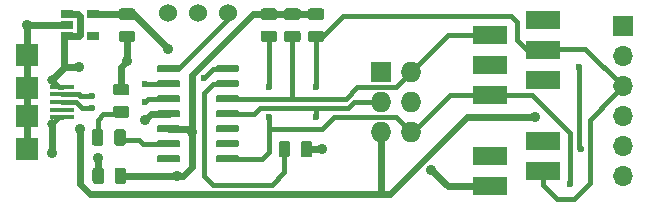
<source format=gbr>
G04 #@! TF.GenerationSoftware,KiCad,Pcbnew,5.1.5+dfsg1-2build2*
G04 #@! TF.CreationDate,2021-04-06T18:43:33+02:00*
G04 #@! TF.ProjectId,USB-I2C,5553422d-4932-4432-9e6b-696361645f70,rev?*
G04 #@! TF.SameCoordinates,Original*
G04 #@! TF.FileFunction,Copper,L1,Top*
G04 #@! TF.FilePolarity,Positive*
%FSLAX46Y46*%
G04 Gerber Fmt 4.6, Leading zero omitted, Abs format (unit mm)*
G04 Created by KiCad (PCBNEW 5.1.5+dfsg1-2build2) date 2021-04-06 18:43:33*
%MOMM*%
%LPD*%
G04 APERTURE LIST*
%ADD10O,1.727200X1.727200*%
%ADD11R,1.727200X1.727200*%
%ADD12C,0.100000*%
%ADD13C,0.797560*%
%ADD14R,2.000000X0.398780*%
%ADD15R,1.897380X1.897380*%
%ADD16R,3.000000X1.500000*%
%ADD17C,1.524000*%
%ADD18O,1.700000X1.700000*%
%ADD19R,1.700000X1.700000*%
%ADD20R,1.060000X0.650000*%
%ADD21C,0.900000*%
%ADD22C,0.600000*%
%ADD23C,0.400000*%
%ADD24C,0.600000*%
G04 APERTURE END LIST*
D10*
X181540000Y-110540000D03*
X179000000Y-110540000D03*
X181540000Y-108000000D03*
X179000000Y-108000000D03*
X181540000Y-105460000D03*
D11*
X179000000Y-105460000D03*
G04 #@! TA.AperFunction,SMDPad,CuDef*
D12*
G36*
X161864703Y-112510722D02*
G01*
X161879264Y-112512882D01*
X161893543Y-112516459D01*
X161907403Y-112521418D01*
X161920710Y-112527712D01*
X161933336Y-112535280D01*
X161945159Y-112544048D01*
X161956066Y-112553934D01*
X161965952Y-112564841D01*
X161974720Y-112576664D01*
X161982288Y-112589290D01*
X161988582Y-112602597D01*
X161993541Y-112616457D01*
X161997118Y-112630736D01*
X161999278Y-112645297D01*
X162000000Y-112660000D01*
X162000000Y-112960000D01*
X161999278Y-112974703D01*
X161997118Y-112989264D01*
X161993541Y-113003543D01*
X161988582Y-113017403D01*
X161982288Y-113030710D01*
X161974720Y-113043336D01*
X161965952Y-113055159D01*
X161956066Y-113066066D01*
X161945159Y-113075952D01*
X161933336Y-113084720D01*
X161920710Y-113092288D01*
X161907403Y-113098582D01*
X161893543Y-113103541D01*
X161879264Y-113107118D01*
X161864703Y-113109278D01*
X161850000Y-113110000D01*
X160200000Y-113110000D01*
X160185297Y-113109278D01*
X160170736Y-113107118D01*
X160156457Y-113103541D01*
X160142597Y-113098582D01*
X160129290Y-113092288D01*
X160116664Y-113084720D01*
X160104841Y-113075952D01*
X160093934Y-113066066D01*
X160084048Y-113055159D01*
X160075280Y-113043336D01*
X160067712Y-113030710D01*
X160061418Y-113017403D01*
X160056459Y-113003543D01*
X160052882Y-112989264D01*
X160050722Y-112974703D01*
X160050000Y-112960000D01*
X160050000Y-112660000D01*
X160050722Y-112645297D01*
X160052882Y-112630736D01*
X160056459Y-112616457D01*
X160061418Y-112602597D01*
X160067712Y-112589290D01*
X160075280Y-112576664D01*
X160084048Y-112564841D01*
X160093934Y-112553934D01*
X160104841Y-112544048D01*
X160116664Y-112535280D01*
X160129290Y-112527712D01*
X160142597Y-112521418D01*
X160156457Y-112516459D01*
X160170736Y-112512882D01*
X160185297Y-112510722D01*
X160200000Y-112510000D01*
X161850000Y-112510000D01*
X161864703Y-112510722D01*
G37*
G04 #@! TD.AperFunction*
G04 #@! TA.AperFunction,SMDPad,CuDef*
G36*
X161864703Y-111240722D02*
G01*
X161879264Y-111242882D01*
X161893543Y-111246459D01*
X161907403Y-111251418D01*
X161920710Y-111257712D01*
X161933336Y-111265280D01*
X161945159Y-111274048D01*
X161956066Y-111283934D01*
X161965952Y-111294841D01*
X161974720Y-111306664D01*
X161982288Y-111319290D01*
X161988582Y-111332597D01*
X161993541Y-111346457D01*
X161997118Y-111360736D01*
X161999278Y-111375297D01*
X162000000Y-111390000D01*
X162000000Y-111690000D01*
X161999278Y-111704703D01*
X161997118Y-111719264D01*
X161993541Y-111733543D01*
X161988582Y-111747403D01*
X161982288Y-111760710D01*
X161974720Y-111773336D01*
X161965952Y-111785159D01*
X161956066Y-111796066D01*
X161945159Y-111805952D01*
X161933336Y-111814720D01*
X161920710Y-111822288D01*
X161907403Y-111828582D01*
X161893543Y-111833541D01*
X161879264Y-111837118D01*
X161864703Y-111839278D01*
X161850000Y-111840000D01*
X160200000Y-111840000D01*
X160185297Y-111839278D01*
X160170736Y-111837118D01*
X160156457Y-111833541D01*
X160142597Y-111828582D01*
X160129290Y-111822288D01*
X160116664Y-111814720D01*
X160104841Y-111805952D01*
X160093934Y-111796066D01*
X160084048Y-111785159D01*
X160075280Y-111773336D01*
X160067712Y-111760710D01*
X160061418Y-111747403D01*
X160056459Y-111733543D01*
X160052882Y-111719264D01*
X160050722Y-111704703D01*
X160050000Y-111690000D01*
X160050000Y-111390000D01*
X160050722Y-111375297D01*
X160052882Y-111360736D01*
X160056459Y-111346457D01*
X160061418Y-111332597D01*
X160067712Y-111319290D01*
X160075280Y-111306664D01*
X160084048Y-111294841D01*
X160093934Y-111283934D01*
X160104841Y-111274048D01*
X160116664Y-111265280D01*
X160129290Y-111257712D01*
X160142597Y-111251418D01*
X160156457Y-111246459D01*
X160170736Y-111242882D01*
X160185297Y-111240722D01*
X160200000Y-111240000D01*
X161850000Y-111240000D01*
X161864703Y-111240722D01*
G37*
G04 #@! TD.AperFunction*
G04 #@! TA.AperFunction,SMDPad,CuDef*
G36*
X161864703Y-109970722D02*
G01*
X161879264Y-109972882D01*
X161893543Y-109976459D01*
X161907403Y-109981418D01*
X161920710Y-109987712D01*
X161933336Y-109995280D01*
X161945159Y-110004048D01*
X161956066Y-110013934D01*
X161965952Y-110024841D01*
X161974720Y-110036664D01*
X161982288Y-110049290D01*
X161988582Y-110062597D01*
X161993541Y-110076457D01*
X161997118Y-110090736D01*
X161999278Y-110105297D01*
X162000000Y-110120000D01*
X162000000Y-110420000D01*
X161999278Y-110434703D01*
X161997118Y-110449264D01*
X161993541Y-110463543D01*
X161988582Y-110477403D01*
X161982288Y-110490710D01*
X161974720Y-110503336D01*
X161965952Y-110515159D01*
X161956066Y-110526066D01*
X161945159Y-110535952D01*
X161933336Y-110544720D01*
X161920710Y-110552288D01*
X161907403Y-110558582D01*
X161893543Y-110563541D01*
X161879264Y-110567118D01*
X161864703Y-110569278D01*
X161850000Y-110570000D01*
X160200000Y-110570000D01*
X160185297Y-110569278D01*
X160170736Y-110567118D01*
X160156457Y-110563541D01*
X160142597Y-110558582D01*
X160129290Y-110552288D01*
X160116664Y-110544720D01*
X160104841Y-110535952D01*
X160093934Y-110526066D01*
X160084048Y-110515159D01*
X160075280Y-110503336D01*
X160067712Y-110490710D01*
X160061418Y-110477403D01*
X160056459Y-110463543D01*
X160052882Y-110449264D01*
X160050722Y-110434703D01*
X160050000Y-110420000D01*
X160050000Y-110120000D01*
X160050722Y-110105297D01*
X160052882Y-110090736D01*
X160056459Y-110076457D01*
X160061418Y-110062597D01*
X160067712Y-110049290D01*
X160075280Y-110036664D01*
X160084048Y-110024841D01*
X160093934Y-110013934D01*
X160104841Y-110004048D01*
X160116664Y-109995280D01*
X160129290Y-109987712D01*
X160142597Y-109981418D01*
X160156457Y-109976459D01*
X160170736Y-109972882D01*
X160185297Y-109970722D01*
X160200000Y-109970000D01*
X161850000Y-109970000D01*
X161864703Y-109970722D01*
G37*
G04 #@! TD.AperFunction*
G04 #@! TA.AperFunction,SMDPad,CuDef*
G36*
X161864703Y-108700722D02*
G01*
X161879264Y-108702882D01*
X161893543Y-108706459D01*
X161907403Y-108711418D01*
X161920710Y-108717712D01*
X161933336Y-108725280D01*
X161945159Y-108734048D01*
X161956066Y-108743934D01*
X161965952Y-108754841D01*
X161974720Y-108766664D01*
X161982288Y-108779290D01*
X161988582Y-108792597D01*
X161993541Y-108806457D01*
X161997118Y-108820736D01*
X161999278Y-108835297D01*
X162000000Y-108850000D01*
X162000000Y-109150000D01*
X161999278Y-109164703D01*
X161997118Y-109179264D01*
X161993541Y-109193543D01*
X161988582Y-109207403D01*
X161982288Y-109220710D01*
X161974720Y-109233336D01*
X161965952Y-109245159D01*
X161956066Y-109256066D01*
X161945159Y-109265952D01*
X161933336Y-109274720D01*
X161920710Y-109282288D01*
X161907403Y-109288582D01*
X161893543Y-109293541D01*
X161879264Y-109297118D01*
X161864703Y-109299278D01*
X161850000Y-109300000D01*
X160200000Y-109300000D01*
X160185297Y-109299278D01*
X160170736Y-109297118D01*
X160156457Y-109293541D01*
X160142597Y-109288582D01*
X160129290Y-109282288D01*
X160116664Y-109274720D01*
X160104841Y-109265952D01*
X160093934Y-109256066D01*
X160084048Y-109245159D01*
X160075280Y-109233336D01*
X160067712Y-109220710D01*
X160061418Y-109207403D01*
X160056459Y-109193543D01*
X160052882Y-109179264D01*
X160050722Y-109164703D01*
X160050000Y-109150000D01*
X160050000Y-108850000D01*
X160050722Y-108835297D01*
X160052882Y-108820736D01*
X160056459Y-108806457D01*
X160061418Y-108792597D01*
X160067712Y-108779290D01*
X160075280Y-108766664D01*
X160084048Y-108754841D01*
X160093934Y-108743934D01*
X160104841Y-108734048D01*
X160116664Y-108725280D01*
X160129290Y-108717712D01*
X160142597Y-108711418D01*
X160156457Y-108706459D01*
X160170736Y-108702882D01*
X160185297Y-108700722D01*
X160200000Y-108700000D01*
X161850000Y-108700000D01*
X161864703Y-108700722D01*
G37*
G04 #@! TD.AperFunction*
G04 #@! TA.AperFunction,SMDPad,CuDef*
G36*
X161864703Y-107430722D02*
G01*
X161879264Y-107432882D01*
X161893543Y-107436459D01*
X161907403Y-107441418D01*
X161920710Y-107447712D01*
X161933336Y-107455280D01*
X161945159Y-107464048D01*
X161956066Y-107473934D01*
X161965952Y-107484841D01*
X161974720Y-107496664D01*
X161982288Y-107509290D01*
X161988582Y-107522597D01*
X161993541Y-107536457D01*
X161997118Y-107550736D01*
X161999278Y-107565297D01*
X162000000Y-107580000D01*
X162000000Y-107880000D01*
X161999278Y-107894703D01*
X161997118Y-107909264D01*
X161993541Y-107923543D01*
X161988582Y-107937403D01*
X161982288Y-107950710D01*
X161974720Y-107963336D01*
X161965952Y-107975159D01*
X161956066Y-107986066D01*
X161945159Y-107995952D01*
X161933336Y-108004720D01*
X161920710Y-108012288D01*
X161907403Y-108018582D01*
X161893543Y-108023541D01*
X161879264Y-108027118D01*
X161864703Y-108029278D01*
X161850000Y-108030000D01*
X160200000Y-108030000D01*
X160185297Y-108029278D01*
X160170736Y-108027118D01*
X160156457Y-108023541D01*
X160142597Y-108018582D01*
X160129290Y-108012288D01*
X160116664Y-108004720D01*
X160104841Y-107995952D01*
X160093934Y-107986066D01*
X160084048Y-107975159D01*
X160075280Y-107963336D01*
X160067712Y-107950710D01*
X160061418Y-107937403D01*
X160056459Y-107923543D01*
X160052882Y-107909264D01*
X160050722Y-107894703D01*
X160050000Y-107880000D01*
X160050000Y-107580000D01*
X160050722Y-107565297D01*
X160052882Y-107550736D01*
X160056459Y-107536457D01*
X160061418Y-107522597D01*
X160067712Y-107509290D01*
X160075280Y-107496664D01*
X160084048Y-107484841D01*
X160093934Y-107473934D01*
X160104841Y-107464048D01*
X160116664Y-107455280D01*
X160129290Y-107447712D01*
X160142597Y-107441418D01*
X160156457Y-107436459D01*
X160170736Y-107432882D01*
X160185297Y-107430722D01*
X160200000Y-107430000D01*
X161850000Y-107430000D01*
X161864703Y-107430722D01*
G37*
G04 #@! TD.AperFunction*
G04 #@! TA.AperFunction,SMDPad,CuDef*
G36*
X161864703Y-106160722D02*
G01*
X161879264Y-106162882D01*
X161893543Y-106166459D01*
X161907403Y-106171418D01*
X161920710Y-106177712D01*
X161933336Y-106185280D01*
X161945159Y-106194048D01*
X161956066Y-106203934D01*
X161965952Y-106214841D01*
X161974720Y-106226664D01*
X161982288Y-106239290D01*
X161988582Y-106252597D01*
X161993541Y-106266457D01*
X161997118Y-106280736D01*
X161999278Y-106295297D01*
X162000000Y-106310000D01*
X162000000Y-106610000D01*
X161999278Y-106624703D01*
X161997118Y-106639264D01*
X161993541Y-106653543D01*
X161988582Y-106667403D01*
X161982288Y-106680710D01*
X161974720Y-106693336D01*
X161965952Y-106705159D01*
X161956066Y-106716066D01*
X161945159Y-106725952D01*
X161933336Y-106734720D01*
X161920710Y-106742288D01*
X161907403Y-106748582D01*
X161893543Y-106753541D01*
X161879264Y-106757118D01*
X161864703Y-106759278D01*
X161850000Y-106760000D01*
X160200000Y-106760000D01*
X160185297Y-106759278D01*
X160170736Y-106757118D01*
X160156457Y-106753541D01*
X160142597Y-106748582D01*
X160129290Y-106742288D01*
X160116664Y-106734720D01*
X160104841Y-106725952D01*
X160093934Y-106716066D01*
X160084048Y-106705159D01*
X160075280Y-106693336D01*
X160067712Y-106680710D01*
X160061418Y-106667403D01*
X160056459Y-106653543D01*
X160052882Y-106639264D01*
X160050722Y-106624703D01*
X160050000Y-106610000D01*
X160050000Y-106310000D01*
X160050722Y-106295297D01*
X160052882Y-106280736D01*
X160056459Y-106266457D01*
X160061418Y-106252597D01*
X160067712Y-106239290D01*
X160075280Y-106226664D01*
X160084048Y-106214841D01*
X160093934Y-106203934D01*
X160104841Y-106194048D01*
X160116664Y-106185280D01*
X160129290Y-106177712D01*
X160142597Y-106171418D01*
X160156457Y-106166459D01*
X160170736Y-106162882D01*
X160185297Y-106160722D01*
X160200000Y-106160000D01*
X161850000Y-106160000D01*
X161864703Y-106160722D01*
G37*
G04 #@! TD.AperFunction*
G04 #@! TA.AperFunction,SMDPad,CuDef*
G36*
X161864703Y-104890722D02*
G01*
X161879264Y-104892882D01*
X161893543Y-104896459D01*
X161907403Y-104901418D01*
X161920710Y-104907712D01*
X161933336Y-104915280D01*
X161945159Y-104924048D01*
X161956066Y-104933934D01*
X161965952Y-104944841D01*
X161974720Y-104956664D01*
X161982288Y-104969290D01*
X161988582Y-104982597D01*
X161993541Y-104996457D01*
X161997118Y-105010736D01*
X161999278Y-105025297D01*
X162000000Y-105040000D01*
X162000000Y-105340000D01*
X161999278Y-105354703D01*
X161997118Y-105369264D01*
X161993541Y-105383543D01*
X161988582Y-105397403D01*
X161982288Y-105410710D01*
X161974720Y-105423336D01*
X161965952Y-105435159D01*
X161956066Y-105446066D01*
X161945159Y-105455952D01*
X161933336Y-105464720D01*
X161920710Y-105472288D01*
X161907403Y-105478582D01*
X161893543Y-105483541D01*
X161879264Y-105487118D01*
X161864703Y-105489278D01*
X161850000Y-105490000D01*
X160200000Y-105490000D01*
X160185297Y-105489278D01*
X160170736Y-105487118D01*
X160156457Y-105483541D01*
X160142597Y-105478582D01*
X160129290Y-105472288D01*
X160116664Y-105464720D01*
X160104841Y-105455952D01*
X160093934Y-105446066D01*
X160084048Y-105435159D01*
X160075280Y-105423336D01*
X160067712Y-105410710D01*
X160061418Y-105397403D01*
X160056459Y-105383543D01*
X160052882Y-105369264D01*
X160050722Y-105354703D01*
X160050000Y-105340000D01*
X160050000Y-105040000D01*
X160050722Y-105025297D01*
X160052882Y-105010736D01*
X160056459Y-104996457D01*
X160061418Y-104982597D01*
X160067712Y-104969290D01*
X160075280Y-104956664D01*
X160084048Y-104944841D01*
X160093934Y-104933934D01*
X160104841Y-104924048D01*
X160116664Y-104915280D01*
X160129290Y-104907712D01*
X160142597Y-104901418D01*
X160156457Y-104896459D01*
X160170736Y-104892882D01*
X160185297Y-104890722D01*
X160200000Y-104890000D01*
X161850000Y-104890000D01*
X161864703Y-104890722D01*
G37*
G04 #@! TD.AperFunction*
G04 #@! TA.AperFunction,SMDPad,CuDef*
G36*
X166814703Y-104890722D02*
G01*
X166829264Y-104892882D01*
X166843543Y-104896459D01*
X166857403Y-104901418D01*
X166870710Y-104907712D01*
X166883336Y-104915280D01*
X166895159Y-104924048D01*
X166906066Y-104933934D01*
X166915952Y-104944841D01*
X166924720Y-104956664D01*
X166932288Y-104969290D01*
X166938582Y-104982597D01*
X166943541Y-104996457D01*
X166947118Y-105010736D01*
X166949278Y-105025297D01*
X166950000Y-105040000D01*
X166950000Y-105340000D01*
X166949278Y-105354703D01*
X166947118Y-105369264D01*
X166943541Y-105383543D01*
X166938582Y-105397403D01*
X166932288Y-105410710D01*
X166924720Y-105423336D01*
X166915952Y-105435159D01*
X166906066Y-105446066D01*
X166895159Y-105455952D01*
X166883336Y-105464720D01*
X166870710Y-105472288D01*
X166857403Y-105478582D01*
X166843543Y-105483541D01*
X166829264Y-105487118D01*
X166814703Y-105489278D01*
X166800000Y-105490000D01*
X165150000Y-105490000D01*
X165135297Y-105489278D01*
X165120736Y-105487118D01*
X165106457Y-105483541D01*
X165092597Y-105478582D01*
X165079290Y-105472288D01*
X165066664Y-105464720D01*
X165054841Y-105455952D01*
X165043934Y-105446066D01*
X165034048Y-105435159D01*
X165025280Y-105423336D01*
X165017712Y-105410710D01*
X165011418Y-105397403D01*
X165006459Y-105383543D01*
X165002882Y-105369264D01*
X165000722Y-105354703D01*
X165000000Y-105340000D01*
X165000000Y-105040000D01*
X165000722Y-105025297D01*
X165002882Y-105010736D01*
X165006459Y-104996457D01*
X165011418Y-104982597D01*
X165017712Y-104969290D01*
X165025280Y-104956664D01*
X165034048Y-104944841D01*
X165043934Y-104933934D01*
X165054841Y-104924048D01*
X165066664Y-104915280D01*
X165079290Y-104907712D01*
X165092597Y-104901418D01*
X165106457Y-104896459D01*
X165120736Y-104892882D01*
X165135297Y-104890722D01*
X165150000Y-104890000D01*
X166800000Y-104890000D01*
X166814703Y-104890722D01*
G37*
G04 #@! TD.AperFunction*
G04 #@! TA.AperFunction,SMDPad,CuDef*
G36*
X166814703Y-106160722D02*
G01*
X166829264Y-106162882D01*
X166843543Y-106166459D01*
X166857403Y-106171418D01*
X166870710Y-106177712D01*
X166883336Y-106185280D01*
X166895159Y-106194048D01*
X166906066Y-106203934D01*
X166915952Y-106214841D01*
X166924720Y-106226664D01*
X166932288Y-106239290D01*
X166938582Y-106252597D01*
X166943541Y-106266457D01*
X166947118Y-106280736D01*
X166949278Y-106295297D01*
X166950000Y-106310000D01*
X166950000Y-106610000D01*
X166949278Y-106624703D01*
X166947118Y-106639264D01*
X166943541Y-106653543D01*
X166938582Y-106667403D01*
X166932288Y-106680710D01*
X166924720Y-106693336D01*
X166915952Y-106705159D01*
X166906066Y-106716066D01*
X166895159Y-106725952D01*
X166883336Y-106734720D01*
X166870710Y-106742288D01*
X166857403Y-106748582D01*
X166843543Y-106753541D01*
X166829264Y-106757118D01*
X166814703Y-106759278D01*
X166800000Y-106760000D01*
X165150000Y-106760000D01*
X165135297Y-106759278D01*
X165120736Y-106757118D01*
X165106457Y-106753541D01*
X165092597Y-106748582D01*
X165079290Y-106742288D01*
X165066664Y-106734720D01*
X165054841Y-106725952D01*
X165043934Y-106716066D01*
X165034048Y-106705159D01*
X165025280Y-106693336D01*
X165017712Y-106680710D01*
X165011418Y-106667403D01*
X165006459Y-106653543D01*
X165002882Y-106639264D01*
X165000722Y-106624703D01*
X165000000Y-106610000D01*
X165000000Y-106310000D01*
X165000722Y-106295297D01*
X165002882Y-106280736D01*
X165006459Y-106266457D01*
X165011418Y-106252597D01*
X165017712Y-106239290D01*
X165025280Y-106226664D01*
X165034048Y-106214841D01*
X165043934Y-106203934D01*
X165054841Y-106194048D01*
X165066664Y-106185280D01*
X165079290Y-106177712D01*
X165092597Y-106171418D01*
X165106457Y-106166459D01*
X165120736Y-106162882D01*
X165135297Y-106160722D01*
X165150000Y-106160000D01*
X166800000Y-106160000D01*
X166814703Y-106160722D01*
G37*
G04 #@! TD.AperFunction*
G04 #@! TA.AperFunction,SMDPad,CuDef*
G36*
X166814703Y-107430722D02*
G01*
X166829264Y-107432882D01*
X166843543Y-107436459D01*
X166857403Y-107441418D01*
X166870710Y-107447712D01*
X166883336Y-107455280D01*
X166895159Y-107464048D01*
X166906066Y-107473934D01*
X166915952Y-107484841D01*
X166924720Y-107496664D01*
X166932288Y-107509290D01*
X166938582Y-107522597D01*
X166943541Y-107536457D01*
X166947118Y-107550736D01*
X166949278Y-107565297D01*
X166950000Y-107580000D01*
X166950000Y-107880000D01*
X166949278Y-107894703D01*
X166947118Y-107909264D01*
X166943541Y-107923543D01*
X166938582Y-107937403D01*
X166932288Y-107950710D01*
X166924720Y-107963336D01*
X166915952Y-107975159D01*
X166906066Y-107986066D01*
X166895159Y-107995952D01*
X166883336Y-108004720D01*
X166870710Y-108012288D01*
X166857403Y-108018582D01*
X166843543Y-108023541D01*
X166829264Y-108027118D01*
X166814703Y-108029278D01*
X166800000Y-108030000D01*
X165150000Y-108030000D01*
X165135297Y-108029278D01*
X165120736Y-108027118D01*
X165106457Y-108023541D01*
X165092597Y-108018582D01*
X165079290Y-108012288D01*
X165066664Y-108004720D01*
X165054841Y-107995952D01*
X165043934Y-107986066D01*
X165034048Y-107975159D01*
X165025280Y-107963336D01*
X165017712Y-107950710D01*
X165011418Y-107937403D01*
X165006459Y-107923543D01*
X165002882Y-107909264D01*
X165000722Y-107894703D01*
X165000000Y-107880000D01*
X165000000Y-107580000D01*
X165000722Y-107565297D01*
X165002882Y-107550736D01*
X165006459Y-107536457D01*
X165011418Y-107522597D01*
X165017712Y-107509290D01*
X165025280Y-107496664D01*
X165034048Y-107484841D01*
X165043934Y-107473934D01*
X165054841Y-107464048D01*
X165066664Y-107455280D01*
X165079290Y-107447712D01*
X165092597Y-107441418D01*
X165106457Y-107436459D01*
X165120736Y-107432882D01*
X165135297Y-107430722D01*
X165150000Y-107430000D01*
X166800000Y-107430000D01*
X166814703Y-107430722D01*
G37*
G04 #@! TD.AperFunction*
G04 #@! TA.AperFunction,SMDPad,CuDef*
G36*
X166814703Y-108700722D02*
G01*
X166829264Y-108702882D01*
X166843543Y-108706459D01*
X166857403Y-108711418D01*
X166870710Y-108717712D01*
X166883336Y-108725280D01*
X166895159Y-108734048D01*
X166906066Y-108743934D01*
X166915952Y-108754841D01*
X166924720Y-108766664D01*
X166932288Y-108779290D01*
X166938582Y-108792597D01*
X166943541Y-108806457D01*
X166947118Y-108820736D01*
X166949278Y-108835297D01*
X166950000Y-108850000D01*
X166950000Y-109150000D01*
X166949278Y-109164703D01*
X166947118Y-109179264D01*
X166943541Y-109193543D01*
X166938582Y-109207403D01*
X166932288Y-109220710D01*
X166924720Y-109233336D01*
X166915952Y-109245159D01*
X166906066Y-109256066D01*
X166895159Y-109265952D01*
X166883336Y-109274720D01*
X166870710Y-109282288D01*
X166857403Y-109288582D01*
X166843543Y-109293541D01*
X166829264Y-109297118D01*
X166814703Y-109299278D01*
X166800000Y-109300000D01*
X165150000Y-109300000D01*
X165135297Y-109299278D01*
X165120736Y-109297118D01*
X165106457Y-109293541D01*
X165092597Y-109288582D01*
X165079290Y-109282288D01*
X165066664Y-109274720D01*
X165054841Y-109265952D01*
X165043934Y-109256066D01*
X165034048Y-109245159D01*
X165025280Y-109233336D01*
X165017712Y-109220710D01*
X165011418Y-109207403D01*
X165006459Y-109193543D01*
X165002882Y-109179264D01*
X165000722Y-109164703D01*
X165000000Y-109150000D01*
X165000000Y-108850000D01*
X165000722Y-108835297D01*
X165002882Y-108820736D01*
X165006459Y-108806457D01*
X165011418Y-108792597D01*
X165017712Y-108779290D01*
X165025280Y-108766664D01*
X165034048Y-108754841D01*
X165043934Y-108743934D01*
X165054841Y-108734048D01*
X165066664Y-108725280D01*
X165079290Y-108717712D01*
X165092597Y-108711418D01*
X165106457Y-108706459D01*
X165120736Y-108702882D01*
X165135297Y-108700722D01*
X165150000Y-108700000D01*
X166800000Y-108700000D01*
X166814703Y-108700722D01*
G37*
G04 #@! TD.AperFunction*
G04 #@! TA.AperFunction,SMDPad,CuDef*
G36*
X166814703Y-109970722D02*
G01*
X166829264Y-109972882D01*
X166843543Y-109976459D01*
X166857403Y-109981418D01*
X166870710Y-109987712D01*
X166883336Y-109995280D01*
X166895159Y-110004048D01*
X166906066Y-110013934D01*
X166915952Y-110024841D01*
X166924720Y-110036664D01*
X166932288Y-110049290D01*
X166938582Y-110062597D01*
X166943541Y-110076457D01*
X166947118Y-110090736D01*
X166949278Y-110105297D01*
X166950000Y-110120000D01*
X166950000Y-110420000D01*
X166949278Y-110434703D01*
X166947118Y-110449264D01*
X166943541Y-110463543D01*
X166938582Y-110477403D01*
X166932288Y-110490710D01*
X166924720Y-110503336D01*
X166915952Y-110515159D01*
X166906066Y-110526066D01*
X166895159Y-110535952D01*
X166883336Y-110544720D01*
X166870710Y-110552288D01*
X166857403Y-110558582D01*
X166843543Y-110563541D01*
X166829264Y-110567118D01*
X166814703Y-110569278D01*
X166800000Y-110570000D01*
X165150000Y-110570000D01*
X165135297Y-110569278D01*
X165120736Y-110567118D01*
X165106457Y-110563541D01*
X165092597Y-110558582D01*
X165079290Y-110552288D01*
X165066664Y-110544720D01*
X165054841Y-110535952D01*
X165043934Y-110526066D01*
X165034048Y-110515159D01*
X165025280Y-110503336D01*
X165017712Y-110490710D01*
X165011418Y-110477403D01*
X165006459Y-110463543D01*
X165002882Y-110449264D01*
X165000722Y-110434703D01*
X165000000Y-110420000D01*
X165000000Y-110120000D01*
X165000722Y-110105297D01*
X165002882Y-110090736D01*
X165006459Y-110076457D01*
X165011418Y-110062597D01*
X165017712Y-110049290D01*
X165025280Y-110036664D01*
X165034048Y-110024841D01*
X165043934Y-110013934D01*
X165054841Y-110004048D01*
X165066664Y-109995280D01*
X165079290Y-109987712D01*
X165092597Y-109981418D01*
X165106457Y-109976459D01*
X165120736Y-109972882D01*
X165135297Y-109970722D01*
X165150000Y-109970000D01*
X166800000Y-109970000D01*
X166814703Y-109970722D01*
G37*
G04 #@! TD.AperFunction*
G04 #@! TA.AperFunction,SMDPad,CuDef*
G36*
X166814703Y-111240722D02*
G01*
X166829264Y-111242882D01*
X166843543Y-111246459D01*
X166857403Y-111251418D01*
X166870710Y-111257712D01*
X166883336Y-111265280D01*
X166895159Y-111274048D01*
X166906066Y-111283934D01*
X166915952Y-111294841D01*
X166924720Y-111306664D01*
X166932288Y-111319290D01*
X166938582Y-111332597D01*
X166943541Y-111346457D01*
X166947118Y-111360736D01*
X166949278Y-111375297D01*
X166950000Y-111390000D01*
X166950000Y-111690000D01*
X166949278Y-111704703D01*
X166947118Y-111719264D01*
X166943541Y-111733543D01*
X166938582Y-111747403D01*
X166932288Y-111760710D01*
X166924720Y-111773336D01*
X166915952Y-111785159D01*
X166906066Y-111796066D01*
X166895159Y-111805952D01*
X166883336Y-111814720D01*
X166870710Y-111822288D01*
X166857403Y-111828582D01*
X166843543Y-111833541D01*
X166829264Y-111837118D01*
X166814703Y-111839278D01*
X166800000Y-111840000D01*
X165150000Y-111840000D01*
X165135297Y-111839278D01*
X165120736Y-111837118D01*
X165106457Y-111833541D01*
X165092597Y-111828582D01*
X165079290Y-111822288D01*
X165066664Y-111814720D01*
X165054841Y-111805952D01*
X165043934Y-111796066D01*
X165034048Y-111785159D01*
X165025280Y-111773336D01*
X165017712Y-111760710D01*
X165011418Y-111747403D01*
X165006459Y-111733543D01*
X165002882Y-111719264D01*
X165000722Y-111704703D01*
X165000000Y-111690000D01*
X165000000Y-111390000D01*
X165000722Y-111375297D01*
X165002882Y-111360736D01*
X165006459Y-111346457D01*
X165011418Y-111332597D01*
X165017712Y-111319290D01*
X165025280Y-111306664D01*
X165034048Y-111294841D01*
X165043934Y-111283934D01*
X165054841Y-111274048D01*
X165066664Y-111265280D01*
X165079290Y-111257712D01*
X165092597Y-111251418D01*
X165106457Y-111246459D01*
X165120736Y-111242882D01*
X165135297Y-111240722D01*
X165150000Y-111240000D01*
X166800000Y-111240000D01*
X166814703Y-111240722D01*
G37*
G04 #@! TD.AperFunction*
G04 #@! TA.AperFunction,SMDPad,CuDef*
G36*
X166814703Y-112510722D02*
G01*
X166829264Y-112512882D01*
X166843543Y-112516459D01*
X166857403Y-112521418D01*
X166870710Y-112527712D01*
X166883336Y-112535280D01*
X166895159Y-112544048D01*
X166906066Y-112553934D01*
X166915952Y-112564841D01*
X166924720Y-112576664D01*
X166932288Y-112589290D01*
X166938582Y-112602597D01*
X166943541Y-112616457D01*
X166947118Y-112630736D01*
X166949278Y-112645297D01*
X166950000Y-112660000D01*
X166950000Y-112960000D01*
X166949278Y-112974703D01*
X166947118Y-112989264D01*
X166943541Y-113003543D01*
X166938582Y-113017403D01*
X166932288Y-113030710D01*
X166924720Y-113043336D01*
X166915952Y-113055159D01*
X166906066Y-113066066D01*
X166895159Y-113075952D01*
X166883336Y-113084720D01*
X166870710Y-113092288D01*
X166857403Y-113098582D01*
X166843543Y-113103541D01*
X166829264Y-113107118D01*
X166814703Y-113109278D01*
X166800000Y-113110000D01*
X165150000Y-113110000D01*
X165135297Y-113109278D01*
X165120736Y-113107118D01*
X165106457Y-113103541D01*
X165092597Y-113098582D01*
X165079290Y-113092288D01*
X165066664Y-113084720D01*
X165054841Y-113075952D01*
X165043934Y-113066066D01*
X165034048Y-113055159D01*
X165025280Y-113043336D01*
X165017712Y-113030710D01*
X165011418Y-113017403D01*
X165006459Y-113003543D01*
X165002882Y-112989264D01*
X165000722Y-112974703D01*
X165000000Y-112960000D01*
X165000000Y-112660000D01*
X165000722Y-112645297D01*
X165002882Y-112630736D01*
X165006459Y-112616457D01*
X165011418Y-112602597D01*
X165017712Y-112589290D01*
X165025280Y-112576664D01*
X165034048Y-112564841D01*
X165043934Y-112553934D01*
X165054841Y-112544048D01*
X165066664Y-112535280D01*
X165079290Y-112527712D01*
X165092597Y-112521418D01*
X165106457Y-112516459D01*
X165120736Y-112512882D01*
X165135297Y-112510722D01*
X165150000Y-112510000D01*
X166800000Y-112510000D01*
X166814703Y-112510722D01*
G37*
G04 #@! TD.AperFunction*
D13*
X151148840Y-106100080D03*
X151146300Y-109897380D03*
D14*
X152000000Y-109300480D03*
X152000000Y-108647700D03*
X152000000Y-108000000D03*
X152000000Y-107352300D03*
X152000000Y-106699520D03*
D15*
X149000000Y-104050300D03*
X149000000Y-111949700D03*
X149000000Y-109198880D03*
X149000000Y-106801120D03*
D16*
X188250000Y-107425000D03*
X192750000Y-106155000D03*
X188250000Y-104885000D03*
X192750000Y-103615000D03*
X188250000Y-102345000D03*
X192750000Y-101075000D03*
X188250000Y-115155000D03*
X192750000Y-113885000D03*
X188250000Y-112615000D03*
X192750000Y-111345000D03*
D17*
X160960000Y-100500000D03*
X163500000Y-100500000D03*
X166040000Y-100500000D03*
G04 #@! TA.AperFunction,SMDPad,CuDef*
D12*
G36*
X172955142Y-111301174D02*
G01*
X172978803Y-111304684D01*
X173002007Y-111310496D01*
X173024529Y-111318554D01*
X173046153Y-111328782D01*
X173066670Y-111341079D01*
X173085883Y-111355329D01*
X173103607Y-111371393D01*
X173119671Y-111389117D01*
X173133921Y-111408330D01*
X173146218Y-111428847D01*
X173156446Y-111450471D01*
X173164504Y-111472993D01*
X173170316Y-111496197D01*
X173173826Y-111519858D01*
X173175000Y-111543750D01*
X173175000Y-112456250D01*
X173173826Y-112480142D01*
X173170316Y-112503803D01*
X173164504Y-112527007D01*
X173156446Y-112549529D01*
X173146218Y-112571153D01*
X173133921Y-112591670D01*
X173119671Y-112610883D01*
X173103607Y-112628607D01*
X173085883Y-112644671D01*
X173066670Y-112658921D01*
X173046153Y-112671218D01*
X173024529Y-112681446D01*
X173002007Y-112689504D01*
X172978803Y-112695316D01*
X172955142Y-112698826D01*
X172931250Y-112700000D01*
X172443750Y-112700000D01*
X172419858Y-112698826D01*
X172396197Y-112695316D01*
X172372993Y-112689504D01*
X172350471Y-112681446D01*
X172328847Y-112671218D01*
X172308330Y-112658921D01*
X172289117Y-112644671D01*
X172271393Y-112628607D01*
X172255329Y-112610883D01*
X172241079Y-112591670D01*
X172228782Y-112571153D01*
X172218554Y-112549529D01*
X172210496Y-112527007D01*
X172204684Y-112503803D01*
X172201174Y-112480142D01*
X172200000Y-112456250D01*
X172200000Y-111543750D01*
X172201174Y-111519858D01*
X172204684Y-111496197D01*
X172210496Y-111472993D01*
X172218554Y-111450471D01*
X172228782Y-111428847D01*
X172241079Y-111408330D01*
X172255329Y-111389117D01*
X172271393Y-111371393D01*
X172289117Y-111355329D01*
X172308330Y-111341079D01*
X172328847Y-111328782D01*
X172350471Y-111318554D01*
X172372993Y-111310496D01*
X172396197Y-111304684D01*
X172419858Y-111301174D01*
X172443750Y-111300000D01*
X172931250Y-111300000D01*
X172955142Y-111301174D01*
G37*
G04 #@! TD.AperFunction*
G04 #@! TA.AperFunction,SMDPad,CuDef*
G36*
X171080142Y-111301174D02*
G01*
X171103803Y-111304684D01*
X171127007Y-111310496D01*
X171149529Y-111318554D01*
X171171153Y-111328782D01*
X171191670Y-111341079D01*
X171210883Y-111355329D01*
X171228607Y-111371393D01*
X171244671Y-111389117D01*
X171258921Y-111408330D01*
X171271218Y-111428847D01*
X171281446Y-111450471D01*
X171289504Y-111472993D01*
X171295316Y-111496197D01*
X171298826Y-111519858D01*
X171300000Y-111543750D01*
X171300000Y-112456250D01*
X171298826Y-112480142D01*
X171295316Y-112503803D01*
X171289504Y-112527007D01*
X171281446Y-112549529D01*
X171271218Y-112571153D01*
X171258921Y-112591670D01*
X171244671Y-112610883D01*
X171228607Y-112628607D01*
X171210883Y-112644671D01*
X171191670Y-112658921D01*
X171171153Y-112671218D01*
X171149529Y-112681446D01*
X171127007Y-112689504D01*
X171103803Y-112695316D01*
X171080142Y-112698826D01*
X171056250Y-112700000D01*
X170568750Y-112700000D01*
X170544858Y-112698826D01*
X170521197Y-112695316D01*
X170497993Y-112689504D01*
X170475471Y-112681446D01*
X170453847Y-112671218D01*
X170433330Y-112658921D01*
X170414117Y-112644671D01*
X170396393Y-112628607D01*
X170380329Y-112610883D01*
X170366079Y-112591670D01*
X170353782Y-112571153D01*
X170343554Y-112549529D01*
X170335496Y-112527007D01*
X170329684Y-112503803D01*
X170326174Y-112480142D01*
X170325000Y-112456250D01*
X170325000Y-111543750D01*
X170326174Y-111519858D01*
X170329684Y-111496197D01*
X170335496Y-111472993D01*
X170343554Y-111450471D01*
X170353782Y-111428847D01*
X170366079Y-111408330D01*
X170380329Y-111389117D01*
X170396393Y-111371393D01*
X170414117Y-111355329D01*
X170433330Y-111341079D01*
X170453847Y-111328782D01*
X170475471Y-111318554D01*
X170497993Y-111310496D01*
X170521197Y-111304684D01*
X170544858Y-111301174D01*
X170568750Y-111300000D01*
X171056250Y-111300000D01*
X171080142Y-111301174D01*
G37*
G04 #@! TD.AperFunction*
G04 #@! TA.AperFunction,SMDPad,CuDef*
G36*
X157980142Y-101951174D02*
G01*
X158003803Y-101954684D01*
X158027007Y-101960496D01*
X158049529Y-101968554D01*
X158071153Y-101978782D01*
X158091670Y-101991079D01*
X158110883Y-102005329D01*
X158128607Y-102021393D01*
X158144671Y-102039117D01*
X158158921Y-102058330D01*
X158171218Y-102078847D01*
X158181446Y-102100471D01*
X158189504Y-102122993D01*
X158195316Y-102146197D01*
X158198826Y-102169858D01*
X158200000Y-102193750D01*
X158200000Y-102681250D01*
X158198826Y-102705142D01*
X158195316Y-102728803D01*
X158189504Y-102752007D01*
X158181446Y-102774529D01*
X158171218Y-102796153D01*
X158158921Y-102816670D01*
X158144671Y-102835883D01*
X158128607Y-102853607D01*
X158110883Y-102869671D01*
X158091670Y-102883921D01*
X158071153Y-102896218D01*
X158049529Y-102906446D01*
X158027007Y-102914504D01*
X158003803Y-102920316D01*
X157980142Y-102923826D01*
X157956250Y-102925000D01*
X157043750Y-102925000D01*
X157019858Y-102923826D01*
X156996197Y-102920316D01*
X156972993Y-102914504D01*
X156950471Y-102906446D01*
X156928847Y-102896218D01*
X156908330Y-102883921D01*
X156889117Y-102869671D01*
X156871393Y-102853607D01*
X156855329Y-102835883D01*
X156841079Y-102816670D01*
X156828782Y-102796153D01*
X156818554Y-102774529D01*
X156810496Y-102752007D01*
X156804684Y-102728803D01*
X156801174Y-102705142D01*
X156800000Y-102681250D01*
X156800000Y-102193750D01*
X156801174Y-102169858D01*
X156804684Y-102146197D01*
X156810496Y-102122993D01*
X156818554Y-102100471D01*
X156828782Y-102078847D01*
X156841079Y-102058330D01*
X156855329Y-102039117D01*
X156871393Y-102021393D01*
X156889117Y-102005329D01*
X156908330Y-101991079D01*
X156928847Y-101978782D01*
X156950471Y-101968554D01*
X156972993Y-101960496D01*
X156996197Y-101954684D01*
X157019858Y-101951174D01*
X157043750Y-101950000D01*
X157956250Y-101950000D01*
X157980142Y-101951174D01*
G37*
G04 #@! TD.AperFunction*
G04 #@! TA.AperFunction,SMDPad,CuDef*
G36*
X157980142Y-100076174D02*
G01*
X158003803Y-100079684D01*
X158027007Y-100085496D01*
X158049529Y-100093554D01*
X158071153Y-100103782D01*
X158091670Y-100116079D01*
X158110883Y-100130329D01*
X158128607Y-100146393D01*
X158144671Y-100164117D01*
X158158921Y-100183330D01*
X158171218Y-100203847D01*
X158181446Y-100225471D01*
X158189504Y-100247993D01*
X158195316Y-100271197D01*
X158198826Y-100294858D01*
X158200000Y-100318750D01*
X158200000Y-100806250D01*
X158198826Y-100830142D01*
X158195316Y-100853803D01*
X158189504Y-100877007D01*
X158181446Y-100899529D01*
X158171218Y-100921153D01*
X158158921Y-100941670D01*
X158144671Y-100960883D01*
X158128607Y-100978607D01*
X158110883Y-100994671D01*
X158091670Y-101008921D01*
X158071153Y-101021218D01*
X158049529Y-101031446D01*
X158027007Y-101039504D01*
X158003803Y-101045316D01*
X157980142Y-101048826D01*
X157956250Y-101050000D01*
X157043750Y-101050000D01*
X157019858Y-101048826D01*
X156996197Y-101045316D01*
X156972993Y-101039504D01*
X156950471Y-101031446D01*
X156928847Y-101021218D01*
X156908330Y-101008921D01*
X156889117Y-100994671D01*
X156871393Y-100978607D01*
X156855329Y-100960883D01*
X156841079Y-100941670D01*
X156828782Y-100921153D01*
X156818554Y-100899529D01*
X156810496Y-100877007D01*
X156804684Y-100853803D01*
X156801174Y-100830142D01*
X156800000Y-100806250D01*
X156800000Y-100318750D01*
X156801174Y-100294858D01*
X156804684Y-100271197D01*
X156810496Y-100247993D01*
X156818554Y-100225471D01*
X156828782Y-100203847D01*
X156841079Y-100183330D01*
X156855329Y-100164117D01*
X156871393Y-100146393D01*
X156889117Y-100130329D01*
X156908330Y-100116079D01*
X156928847Y-100103782D01*
X156950471Y-100093554D01*
X156972993Y-100085496D01*
X156996197Y-100079684D01*
X157019858Y-100076174D01*
X157043750Y-100075000D01*
X157956250Y-100075000D01*
X157980142Y-100076174D01*
G37*
G04 #@! TD.AperFunction*
G04 #@! TA.AperFunction,SMDPad,CuDef*
G36*
X155330142Y-113551174D02*
G01*
X155353803Y-113554684D01*
X155377007Y-113560496D01*
X155399529Y-113568554D01*
X155421153Y-113578782D01*
X155441670Y-113591079D01*
X155460883Y-113605329D01*
X155478607Y-113621393D01*
X155494671Y-113639117D01*
X155508921Y-113658330D01*
X155521218Y-113678847D01*
X155531446Y-113700471D01*
X155539504Y-113722993D01*
X155545316Y-113746197D01*
X155548826Y-113769858D01*
X155550000Y-113793750D01*
X155550000Y-114706250D01*
X155548826Y-114730142D01*
X155545316Y-114753803D01*
X155539504Y-114777007D01*
X155531446Y-114799529D01*
X155521218Y-114821153D01*
X155508921Y-114841670D01*
X155494671Y-114860883D01*
X155478607Y-114878607D01*
X155460883Y-114894671D01*
X155441670Y-114908921D01*
X155421153Y-114921218D01*
X155399529Y-114931446D01*
X155377007Y-114939504D01*
X155353803Y-114945316D01*
X155330142Y-114948826D01*
X155306250Y-114950000D01*
X154818750Y-114950000D01*
X154794858Y-114948826D01*
X154771197Y-114945316D01*
X154747993Y-114939504D01*
X154725471Y-114931446D01*
X154703847Y-114921218D01*
X154683330Y-114908921D01*
X154664117Y-114894671D01*
X154646393Y-114878607D01*
X154630329Y-114860883D01*
X154616079Y-114841670D01*
X154603782Y-114821153D01*
X154593554Y-114799529D01*
X154585496Y-114777007D01*
X154579684Y-114753803D01*
X154576174Y-114730142D01*
X154575000Y-114706250D01*
X154575000Y-113793750D01*
X154576174Y-113769858D01*
X154579684Y-113746197D01*
X154585496Y-113722993D01*
X154593554Y-113700471D01*
X154603782Y-113678847D01*
X154616079Y-113658330D01*
X154630329Y-113639117D01*
X154646393Y-113621393D01*
X154664117Y-113605329D01*
X154683330Y-113591079D01*
X154703847Y-113578782D01*
X154725471Y-113568554D01*
X154747993Y-113560496D01*
X154771197Y-113554684D01*
X154794858Y-113551174D01*
X154818750Y-113550000D01*
X155306250Y-113550000D01*
X155330142Y-113551174D01*
G37*
G04 #@! TD.AperFunction*
G04 #@! TA.AperFunction,SMDPad,CuDef*
G36*
X157205142Y-113551174D02*
G01*
X157228803Y-113554684D01*
X157252007Y-113560496D01*
X157274529Y-113568554D01*
X157296153Y-113578782D01*
X157316670Y-113591079D01*
X157335883Y-113605329D01*
X157353607Y-113621393D01*
X157369671Y-113639117D01*
X157383921Y-113658330D01*
X157396218Y-113678847D01*
X157406446Y-113700471D01*
X157414504Y-113722993D01*
X157420316Y-113746197D01*
X157423826Y-113769858D01*
X157425000Y-113793750D01*
X157425000Y-114706250D01*
X157423826Y-114730142D01*
X157420316Y-114753803D01*
X157414504Y-114777007D01*
X157406446Y-114799529D01*
X157396218Y-114821153D01*
X157383921Y-114841670D01*
X157369671Y-114860883D01*
X157353607Y-114878607D01*
X157335883Y-114894671D01*
X157316670Y-114908921D01*
X157296153Y-114921218D01*
X157274529Y-114931446D01*
X157252007Y-114939504D01*
X157228803Y-114945316D01*
X157205142Y-114948826D01*
X157181250Y-114950000D01*
X156693750Y-114950000D01*
X156669858Y-114948826D01*
X156646197Y-114945316D01*
X156622993Y-114939504D01*
X156600471Y-114931446D01*
X156578847Y-114921218D01*
X156558330Y-114908921D01*
X156539117Y-114894671D01*
X156521393Y-114878607D01*
X156505329Y-114860883D01*
X156491079Y-114841670D01*
X156478782Y-114821153D01*
X156468554Y-114799529D01*
X156460496Y-114777007D01*
X156454684Y-114753803D01*
X156451174Y-114730142D01*
X156450000Y-114706250D01*
X156450000Y-113793750D01*
X156451174Y-113769858D01*
X156454684Y-113746197D01*
X156460496Y-113722993D01*
X156468554Y-113700471D01*
X156478782Y-113678847D01*
X156491079Y-113658330D01*
X156505329Y-113639117D01*
X156521393Y-113621393D01*
X156539117Y-113605329D01*
X156558330Y-113591079D01*
X156578847Y-113578782D01*
X156600471Y-113568554D01*
X156622993Y-113560496D01*
X156646197Y-113554684D01*
X156669858Y-113551174D01*
X156693750Y-113550000D01*
X157181250Y-113550000D01*
X157205142Y-113551174D01*
G37*
G04 #@! TD.AperFunction*
G04 #@! TA.AperFunction,SMDPad,CuDef*
G36*
X157480142Y-108351174D02*
G01*
X157503803Y-108354684D01*
X157527007Y-108360496D01*
X157549529Y-108368554D01*
X157571153Y-108378782D01*
X157591670Y-108391079D01*
X157610883Y-108405329D01*
X157628607Y-108421393D01*
X157644671Y-108439117D01*
X157658921Y-108458330D01*
X157671218Y-108478847D01*
X157681446Y-108500471D01*
X157689504Y-108522993D01*
X157695316Y-108546197D01*
X157698826Y-108569858D01*
X157700000Y-108593750D01*
X157700000Y-109081250D01*
X157698826Y-109105142D01*
X157695316Y-109128803D01*
X157689504Y-109152007D01*
X157681446Y-109174529D01*
X157671218Y-109196153D01*
X157658921Y-109216670D01*
X157644671Y-109235883D01*
X157628607Y-109253607D01*
X157610883Y-109269671D01*
X157591670Y-109283921D01*
X157571153Y-109296218D01*
X157549529Y-109306446D01*
X157527007Y-109314504D01*
X157503803Y-109320316D01*
X157480142Y-109323826D01*
X157456250Y-109325000D01*
X156543750Y-109325000D01*
X156519858Y-109323826D01*
X156496197Y-109320316D01*
X156472993Y-109314504D01*
X156450471Y-109306446D01*
X156428847Y-109296218D01*
X156408330Y-109283921D01*
X156389117Y-109269671D01*
X156371393Y-109253607D01*
X156355329Y-109235883D01*
X156341079Y-109216670D01*
X156328782Y-109196153D01*
X156318554Y-109174529D01*
X156310496Y-109152007D01*
X156304684Y-109128803D01*
X156301174Y-109105142D01*
X156300000Y-109081250D01*
X156300000Y-108593750D01*
X156301174Y-108569858D01*
X156304684Y-108546197D01*
X156310496Y-108522993D01*
X156318554Y-108500471D01*
X156328782Y-108478847D01*
X156341079Y-108458330D01*
X156355329Y-108439117D01*
X156371393Y-108421393D01*
X156389117Y-108405329D01*
X156408330Y-108391079D01*
X156428847Y-108378782D01*
X156450471Y-108368554D01*
X156472993Y-108360496D01*
X156496197Y-108354684D01*
X156519858Y-108351174D01*
X156543750Y-108350000D01*
X157456250Y-108350000D01*
X157480142Y-108351174D01*
G37*
G04 #@! TD.AperFunction*
G04 #@! TA.AperFunction,SMDPad,CuDef*
G36*
X157480142Y-106476174D02*
G01*
X157503803Y-106479684D01*
X157527007Y-106485496D01*
X157549529Y-106493554D01*
X157571153Y-106503782D01*
X157591670Y-106516079D01*
X157610883Y-106530329D01*
X157628607Y-106546393D01*
X157644671Y-106564117D01*
X157658921Y-106583330D01*
X157671218Y-106603847D01*
X157681446Y-106625471D01*
X157689504Y-106647993D01*
X157695316Y-106671197D01*
X157698826Y-106694858D01*
X157700000Y-106718750D01*
X157700000Y-107206250D01*
X157698826Y-107230142D01*
X157695316Y-107253803D01*
X157689504Y-107277007D01*
X157681446Y-107299529D01*
X157671218Y-107321153D01*
X157658921Y-107341670D01*
X157644671Y-107360883D01*
X157628607Y-107378607D01*
X157610883Y-107394671D01*
X157591670Y-107408921D01*
X157571153Y-107421218D01*
X157549529Y-107431446D01*
X157527007Y-107439504D01*
X157503803Y-107445316D01*
X157480142Y-107448826D01*
X157456250Y-107450000D01*
X156543750Y-107450000D01*
X156519858Y-107448826D01*
X156496197Y-107445316D01*
X156472993Y-107439504D01*
X156450471Y-107431446D01*
X156428847Y-107421218D01*
X156408330Y-107408921D01*
X156389117Y-107394671D01*
X156371393Y-107378607D01*
X156355329Y-107360883D01*
X156341079Y-107341670D01*
X156328782Y-107321153D01*
X156318554Y-107299529D01*
X156310496Y-107277007D01*
X156304684Y-107253803D01*
X156301174Y-107230142D01*
X156300000Y-107206250D01*
X156300000Y-106718750D01*
X156301174Y-106694858D01*
X156304684Y-106671197D01*
X156310496Y-106647993D01*
X156318554Y-106625471D01*
X156328782Y-106603847D01*
X156341079Y-106583330D01*
X156355329Y-106564117D01*
X156371393Y-106546393D01*
X156389117Y-106530329D01*
X156408330Y-106516079D01*
X156428847Y-106503782D01*
X156450471Y-106493554D01*
X156472993Y-106485496D01*
X156496197Y-106479684D01*
X156519858Y-106476174D01*
X156543750Y-106475000D01*
X157456250Y-106475000D01*
X157480142Y-106476174D01*
G37*
G04 #@! TD.AperFunction*
D18*
X199468000Y-114300000D03*
X199468000Y-111760000D03*
X199468000Y-109220000D03*
X199468000Y-106680000D03*
X199468000Y-104140000D03*
D19*
X199468000Y-101600000D03*
G04 #@! TA.AperFunction,SMDPad,CuDef*
D12*
G36*
X155280142Y-110301174D02*
G01*
X155303803Y-110304684D01*
X155327007Y-110310496D01*
X155349529Y-110318554D01*
X155371153Y-110328782D01*
X155391670Y-110341079D01*
X155410883Y-110355329D01*
X155428607Y-110371393D01*
X155444671Y-110389117D01*
X155458921Y-110408330D01*
X155471218Y-110428847D01*
X155481446Y-110450471D01*
X155489504Y-110472993D01*
X155495316Y-110496197D01*
X155498826Y-110519858D01*
X155500000Y-110543750D01*
X155500000Y-111456250D01*
X155498826Y-111480142D01*
X155495316Y-111503803D01*
X155489504Y-111527007D01*
X155481446Y-111549529D01*
X155471218Y-111571153D01*
X155458921Y-111591670D01*
X155444671Y-111610883D01*
X155428607Y-111628607D01*
X155410883Y-111644671D01*
X155391670Y-111658921D01*
X155371153Y-111671218D01*
X155349529Y-111681446D01*
X155327007Y-111689504D01*
X155303803Y-111695316D01*
X155280142Y-111698826D01*
X155256250Y-111700000D01*
X154768750Y-111700000D01*
X154744858Y-111698826D01*
X154721197Y-111695316D01*
X154697993Y-111689504D01*
X154675471Y-111681446D01*
X154653847Y-111671218D01*
X154633330Y-111658921D01*
X154614117Y-111644671D01*
X154596393Y-111628607D01*
X154580329Y-111610883D01*
X154566079Y-111591670D01*
X154553782Y-111571153D01*
X154543554Y-111549529D01*
X154535496Y-111527007D01*
X154529684Y-111503803D01*
X154526174Y-111480142D01*
X154525000Y-111456250D01*
X154525000Y-110543750D01*
X154526174Y-110519858D01*
X154529684Y-110496197D01*
X154535496Y-110472993D01*
X154543554Y-110450471D01*
X154553782Y-110428847D01*
X154566079Y-110408330D01*
X154580329Y-110389117D01*
X154596393Y-110371393D01*
X154614117Y-110355329D01*
X154633330Y-110341079D01*
X154653847Y-110328782D01*
X154675471Y-110318554D01*
X154697993Y-110310496D01*
X154721197Y-110304684D01*
X154744858Y-110301174D01*
X154768750Y-110300000D01*
X155256250Y-110300000D01*
X155280142Y-110301174D01*
G37*
G04 #@! TD.AperFunction*
G04 #@! TA.AperFunction,SMDPad,CuDef*
G36*
X157155142Y-110301174D02*
G01*
X157178803Y-110304684D01*
X157202007Y-110310496D01*
X157224529Y-110318554D01*
X157246153Y-110328782D01*
X157266670Y-110341079D01*
X157285883Y-110355329D01*
X157303607Y-110371393D01*
X157319671Y-110389117D01*
X157333921Y-110408330D01*
X157346218Y-110428847D01*
X157356446Y-110450471D01*
X157364504Y-110472993D01*
X157370316Y-110496197D01*
X157373826Y-110519858D01*
X157375000Y-110543750D01*
X157375000Y-111456250D01*
X157373826Y-111480142D01*
X157370316Y-111503803D01*
X157364504Y-111527007D01*
X157356446Y-111549529D01*
X157346218Y-111571153D01*
X157333921Y-111591670D01*
X157319671Y-111610883D01*
X157303607Y-111628607D01*
X157285883Y-111644671D01*
X157266670Y-111658921D01*
X157246153Y-111671218D01*
X157224529Y-111681446D01*
X157202007Y-111689504D01*
X157178803Y-111695316D01*
X157155142Y-111698826D01*
X157131250Y-111700000D01*
X156643750Y-111700000D01*
X156619858Y-111698826D01*
X156596197Y-111695316D01*
X156572993Y-111689504D01*
X156550471Y-111681446D01*
X156528847Y-111671218D01*
X156508330Y-111658921D01*
X156489117Y-111644671D01*
X156471393Y-111628607D01*
X156455329Y-111610883D01*
X156441079Y-111591670D01*
X156428782Y-111571153D01*
X156418554Y-111549529D01*
X156410496Y-111527007D01*
X156404684Y-111503803D01*
X156401174Y-111480142D01*
X156400000Y-111456250D01*
X156400000Y-110543750D01*
X156401174Y-110519858D01*
X156404684Y-110496197D01*
X156410496Y-110472993D01*
X156418554Y-110450471D01*
X156428782Y-110428847D01*
X156441079Y-110408330D01*
X156455329Y-110389117D01*
X156471393Y-110371393D01*
X156489117Y-110355329D01*
X156508330Y-110341079D01*
X156528847Y-110328782D01*
X156550471Y-110318554D01*
X156572993Y-110310496D01*
X156596197Y-110304684D01*
X156619858Y-110301174D01*
X156643750Y-110300000D01*
X157131250Y-110300000D01*
X157155142Y-110301174D01*
G37*
G04 #@! TD.AperFunction*
G04 #@! TA.AperFunction,SMDPad,CuDef*
G36*
X169980142Y-101951174D02*
G01*
X170003803Y-101954684D01*
X170027007Y-101960496D01*
X170049529Y-101968554D01*
X170071153Y-101978782D01*
X170091670Y-101991079D01*
X170110883Y-102005329D01*
X170128607Y-102021393D01*
X170144671Y-102039117D01*
X170158921Y-102058330D01*
X170171218Y-102078847D01*
X170181446Y-102100471D01*
X170189504Y-102122993D01*
X170195316Y-102146197D01*
X170198826Y-102169858D01*
X170200000Y-102193750D01*
X170200000Y-102681250D01*
X170198826Y-102705142D01*
X170195316Y-102728803D01*
X170189504Y-102752007D01*
X170181446Y-102774529D01*
X170171218Y-102796153D01*
X170158921Y-102816670D01*
X170144671Y-102835883D01*
X170128607Y-102853607D01*
X170110883Y-102869671D01*
X170091670Y-102883921D01*
X170071153Y-102896218D01*
X170049529Y-102906446D01*
X170027007Y-102914504D01*
X170003803Y-102920316D01*
X169980142Y-102923826D01*
X169956250Y-102925000D01*
X169043750Y-102925000D01*
X169019858Y-102923826D01*
X168996197Y-102920316D01*
X168972993Y-102914504D01*
X168950471Y-102906446D01*
X168928847Y-102896218D01*
X168908330Y-102883921D01*
X168889117Y-102869671D01*
X168871393Y-102853607D01*
X168855329Y-102835883D01*
X168841079Y-102816670D01*
X168828782Y-102796153D01*
X168818554Y-102774529D01*
X168810496Y-102752007D01*
X168804684Y-102728803D01*
X168801174Y-102705142D01*
X168800000Y-102681250D01*
X168800000Y-102193750D01*
X168801174Y-102169858D01*
X168804684Y-102146197D01*
X168810496Y-102122993D01*
X168818554Y-102100471D01*
X168828782Y-102078847D01*
X168841079Y-102058330D01*
X168855329Y-102039117D01*
X168871393Y-102021393D01*
X168889117Y-102005329D01*
X168908330Y-101991079D01*
X168928847Y-101978782D01*
X168950471Y-101968554D01*
X168972993Y-101960496D01*
X168996197Y-101954684D01*
X169019858Y-101951174D01*
X169043750Y-101950000D01*
X169956250Y-101950000D01*
X169980142Y-101951174D01*
G37*
G04 #@! TD.AperFunction*
G04 #@! TA.AperFunction,SMDPad,CuDef*
G36*
X169980142Y-100076174D02*
G01*
X170003803Y-100079684D01*
X170027007Y-100085496D01*
X170049529Y-100093554D01*
X170071153Y-100103782D01*
X170091670Y-100116079D01*
X170110883Y-100130329D01*
X170128607Y-100146393D01*
X170144671Y-100164117D01*
X170158921Y-100183330D01*
X170171218Y-100203847D01*
X170181446Y-100225471D01*
X170189504Y-100247993D01*
X170195316Y-100271197D01*
X170198826Y-100294858D01*
X170200000Y-100318750D01*
X170200000Y-100806250D01*
X170198826Y-100830142D01*
X170195316Y-100853803D01*
X170189504Y-100877007D01*
X170181446Y-100899529D01*
X170171218Y-100921153D01*
X170158921Y-100941670D01*
X170144671Y-100960883D01*
X170128607Y-100978607D01*
X170110883Y-100994671D01*
X170091670Y-101008921D01*
X170071153Y-101021218D01*
X170049529Y-101031446D01*
X170027007Y-101039504D01*
X170003803Y-101045316D01*
X169980142Y-101048826D01*
X169956250Y-101050000D01*
X169043750Y-101050000D01*
X169019858Y-101048826D01*
X168996197Y-101045316D01*
X168972993Y-101039504D01*
X168950471Y-101031446D01*
X168928847Y-101021218D01*
X168908330Y-101008921D01*
X168889117Y-100994671D01*
X168871393Y-100978607D01*
X168855329Y-100960883D01*
X168841079Y-100941670D01*
X168828782Y-100921153D01*
X168818554Y-100899529D01*
X168810496Y-100877007D01*
X168804684Y-100853803D01*
X168801174Y-100830142D01*
X168800000Y-100806250D01*
X168800000Y-100318750D01*
X168801174Y-100294858D01*
X168804684Y-100271197D01*
X168810496Y-100247993D01*
X168818554Y-100225471D01*
X168828782Y-100203847D01*
X168841079Y-100183330D01*
X168855329Y-100164117D01*
X168871393Y-100146393D01*
X168889117Y-100130329D01*
X168908330Y-100116079D01*
X168928847Y-100103782D01*
X168950471Y-100093554D01*
X168972993Y-100085496D01*
X168996197Y-100079684D01*
X169019858Y-100076174D01*
X169043750Y-100075000D01*
X169956250Y-100075000D01*
X169980142Y-100076174D01*
G37*
G04 #@! TD.AperFunction*
G04 #@! TA.AperFunction,SMDPad,CuDef*
G36*
X171980142Y-101951174D02*
G01*
X172003803Y-101954684D01*
X172027007Y-101960496D01*
X172049529Y-101968554D01*
X172071153Y-101978782D01*
X172091670Y-101991079D01*
X172110883Y-102005329D01*
X172128607Y-102021393D01*
X172144671Y-102039117D01*
X172158921Y-102058330D01*
X172171218Y-102078847D01*
X172181446Y-102100471D01*
X172189504Y-102122993D01*
X172195316Y-102146197D01*
X172198826Y-102169858D01*
X172200000Y-102193750D01*
X172200000Y-102681250D01*
X172198826Y-102705142D01*
X172195316Y-102728803D01*
X172189504Y-102752007D01*
X172181446Y-102774529D01*
X172171218Y-102796153D01*
X172158921Y-102816670D01*
X172144671Y-102835883D01*
X172128607Y-102853607D01*
X172110883Y-102869671D01*
X172091670Y-102883921D01*
X172071153Y-102896218D01*
X172049529Y-102906446D01*
X172027007Y-102914504D01*
X172003803Y-102920316D01*
X171980142Y-102923826D01*
X171956250Y-102925000D01*
X171043750Y-102925000D01*
X171019858Y-102923826D01*
X170996197Y-102920316D01*
X170972993Y-102914504D01*
X170950471Y-102906446D01*
X170928847Y-102896218D01*
X170908330Y-102883921D01*
X170889117Y-102869671D01*
X170871393Y-102853607D01*
X170855329Y-102835883D01*
X170841079Y-102816670D01*
X170828782Y-102796153D01*
X170818554Y-102774529D01*
X170810496Y-102752007D01*
X170804684Y-102728803D01*
X170801174Y-102705142D01*
X170800000Y-102681250D01*
X170800000Y-102193750D01*
X170801174Y-102169858D01*
X170804684Y-102146197D01*
X170810496Y-102122993D01*
X170818554Y-102100471D01*
X170828782Y-102078847D01*
X170841079Y-102058330D01*
X170855329Y-102039117D01*
X170871393Y-102021393D01*
X170889117Y-102005329D01*
X170908330Y-101991079D01*
X170928847Y-101978782D01*
X170950471Y-101968554D01*
X170972993Y-101960496D01*
X170996197Y-101954684D01*
X171019858Y-101951174D01*
X171043750Y-101950000D01*
X171956250Y-101950000D01*
X171980142Y-101951174D01*
G37*
G04 #@! TD.AperFunction*
G04 #@! TA.AperFunction,SMDPad,CuDef*
G36*
X171980142Y-100076174D02*
G01*
X172003803Y-100079684D01*
X172027007Y-100085496D01*
X172049529Y-100093554D01*
X172071153Y-100103782D01*
X172091670Y-100116079D01*
X172110883Y-100130329D01*
X172128607Y-100146393D01*
X172144671Y-100164117D01*
X172158921Y-100183330D01*
X172171218Y-100203847D01*
X172181446Y-100225471D01*
X172189504Y-100247993D01*
X172195316Y-100271197D01*
X172198826Y-100294858D01*
X172200000Y-100318750D01*
X172200000Y-100806250D01*
X172198826Y-100830142D01*
X172195316Y-100853803D01*
X172189504Y-100877007D01*
X172181446Y-100899529D01*
X172171218Y-100921153D01*
X172158921Y-100941670D01*
X172144671Y-100960883D01*
X172128607Y-100978607D01*
X172110883Y-100994671D01*
X172091670Y-101008921D01*
X172071153Y-101021218D01*
X172049529Y-101031446D01*
X172027007Y-101039504D01*
X172003803Y-101045316D01*
X171980142Y-101048826D01*
X171956250Y-101050000D01*
X171043750Y-101050000D01*
X171019858Y-101048826D01*
X170996197Y-101045316D01*
X170972993Y-101039504D01*
X170950471Y-101031446D01*
X170928847Y-101021218D01*
X170908330Y-101008921D01*
X170889117Y-100994671D01*
X170871393Y-100978607D01*
X170855329Y-100960883D01*
X170841079Y-100941670D01*
X170828782Y-100921153D01*
X170818554Y-100899529D01*
X170810496Y-100877007D01*
X170804684Y-100853803D01*
X170801174Y-100830142D01*
X170800000Y-100806250D01*
X170800000Y-100318750D01*
X170801174Y-100294858D01*
X170804684Y-100271197D01*
X170810496Y-100247993D01*
X170818554Y-100225471D01*
X170828782Y-100203847D01*
X170841079Y-100183330D01*
X170855329Y-100164117D01*
X170871393Y-100146393D01*
X170889117Y-100130329D01*
X170908330Y-100116079D01*
X170928847Y-100103782D01*
X170950471Y-100093554D01*
X170972993Y-100085496D01*
X170996197Y-100079684D01*
X171019858Y-100076174D01*
X171043750Y-100075000D01*
X171956250Y-100075000D01*
X171980142Y-100076174D01*
G37*
G04 #@! TD.AperFunction*
G04 #@! TA.AperFunction,SMDPad,CuDef*
G36*
X173980142Y-101951174D02*
G01*
X174003803Y-101954684D01*
X174027007Y-101960496D01*
X174049529Y-101968554D01*
X174071153Y-101978782D01*
X174091670Y-101991079D01*
X174110883Y-102005329D01*
X174128607Y-102021393D01*
X174144671Y-102039117D01*
X174158921Y-102058330D01*
X174171218Y-102078847D01*
X174181446Y-102100471D01*
X174189504Y-102122993D01*
X174195316Y-102146197D01*
X174198826Y-102169858D01*
X174200000Y-102193750D01*
X174200000Y-102681250D01*
X174198826Y-102705142D01*
X174195316Y-102728803D01*
X174189504Y-102752007D01*
X174181446Y-102774529D01*
X174171218Y-102796153D01*
X174158921Y-102816670D01*
X174144671Y-102835883D01*
X174128607Y-102853607D01*
X174110883Y-102869671D01*
X174091670Y-102883921D01*
X174071153Y-102896218D01*
X174049529Y-102906446D01*
X174027007Y-102914504D01*
X174003803Y-102920316D01*
X173980142Y-102923826D01*
X173956250Y-102925000D01*
X173043750Y-102925000D01*
X173019858Y-102923826D01*
X172996197Y-102920316D01*
X172972993Y-102914504D01*
X172950471Y-102906446D01*
X172928847Y-102896218D01*
X172908330Y-102883921D01*
X172889117Y-102869671D01*
X172871393Y-102853607D01*
X172855329Y-102835883D01*
X172841079Y-102816670D01*
X172828782Y-102796153D01*
X172818554Y-102774529D01*
X172810496Y-102752007D01*
X172804684Y-102728803D01*
X172801174Y-102705142D01*
X172800000Y-102681250D01*
X172800000Y-102193750D01*
X172801174Y-102169858D01*
X172804684Y-102146197D01*
X172810496Y-102122993D01*
X172818554Y-102100471D01*
X172828782Y-102078847D01*
X172841079Y-102058330D01*
X172855329Y-102039117D01*
X172871393Y-102021393D01*
X172889117Y-102005329D01*
X172908330Y-101991079D01*
X172928847Y-101978782D01*
X172950471Y-101968554D01*
X172972993Y-101960496D01*
X172996197Y-101954684D01*
X173019858Y-101951174D01*
X173043750Y-101950000D01*
X173956250Y-101950000D01*
X173980142Y-101951174D01*
G37*
G04 #@! TD.AperFunction*
G04 #@! TA.AperFunction,SMDPad,CuDef*
G36*
X173980142Y-100076174D02*
G01*
X174003803Y-100079684D01*
X174027007Y-100085496D01*
X174049529Y-100093554D01*
X174071153Y-100103782D01*
X174091670Y-100116079D01*
X174110883Y-100130329D01*
X174128607Y-100146393D01*
X174144671Y-100164117D01*
X174158921Y-100183330D01*
X174171218Y-100203847D01*
X174181446Y-100225471D01*
X174189504Y-100247993D01*
X174195316Y-100271197D01*
X174198826Y-100294858D01*
X174200000Y-100318750D01*
X174200000Y-100806250D01*
X174198826Y-100830142D01*
X174195316Y-100853803D01*
X174189504Y-100877007D01*
X174181446Y-100899529D01*
X174171218Y-100921153D01*
X174158921Y-100941670D01*
X174144671Y-100960883D01*
X174128607Y-100978607D01*
X174110883Y-100994671D01*
X174091670Y-101008921D01*
X174071153Y-101021218D01*
X174049529Y-101031446D01*
X174027007Y-101039504D01*
X174003803Y-101045316D01*
X173980142Y-101048826D01*
X173956250Y-101050000D01*
X173043750Y-101050000D01*
X173019858Y-101048826D01*
X172996197Y-101045316D01*
X172972993Y-101039504D01*
X172950471Y-101031446D01*
X172928847Y-101021218D01*
X172908330Y-101008921D01*
X172889117Y-100994671D01*
X172871393Y-100978607D01*
X172855329Y-100960883D01*
X172841079Y-100941670D01*
X172828782Y-100921153D01*
X172818554Y-100899529D01*
X172810496Y-100877007D01*
X172804684Y-100853803D01*
X172801174Y-100830142D01*
X172800000Y-100806250D01*
X172800000Y-100318750D01*
X172801174Y-100294858D01*
X172804684Y-100271197D01*
X172810496Y-100247993D01*
X172818554Y-100225471D01*
X172828782Y-100203847D01*
X172841079Y-100183330D01*
X172855329Y-100164117D01*
X172871393Y-100146393D01*
X172889117Y-100130329D01*
X172908330Y-100116079D01*
X172928847Y-100103782D01*
X172950471Y-100093554D01*
X172972993Y-100085496D01*
X172996197Y-100079684D01*
X173019858Y-100076174D01*
X173043750Y-100075000D01*
X173956250Y-100075000D01*
X173980142Y-100076174D01*
G37*
G04 #@! TD.AperFunction*
D20*
X154600000Y-100550000D03*
X154600000Y-102450000D03*
X152400000Y-102450000D03*
X152400000Y-101500000D03*
X152400000Y-100550000D03*
D21*
X151106974Y-112299859D03*
X157500000Y-104500000D03*
X192750000Y-101075000D03*
X192750000Y-111345000D03*
X149000000Y-101500000D03*
X159000000Y-109500000D03*
X155062500Y-112750000D03*
X174000000Y-112000000D03*
X188107151Y-104881895D03*
X161000000Y-103500000D03*
X163000000Y-110500000D03*
X161750000Y-114250000D03*
X183250000Y-113750000D03*
X153513161Y-110324409D03*
X153441080Y-105058920D03*
X192750000Y-106155000D03*
X192000000Y-109250000D03*
D22*
X154500000Y-107500000D03*
X159000000Y-106500000D03*
X154500000Y-108500000D03*
X159000000Y-108000000D03*
X188250000Y-102345000D03*
X195896781Y-112000000D03*
X195807481Y-105000000D03*
X188250000Y-112615000D03*
X173500000Y-106750000D03*
X173500000Y-109250000D03*
X192750000Y-103615000D03*
X194966291Y-114934923D03*
X169500000Y-106750000D03*
X169500000Y-109250000D03*
X164000000Y-106000000D03*
D23*
X164000000Y-107250000D02*
X164790000Y-106460000D01*
X164000000Y-114250000D02*
X164000000Y-107250000D01*
X164750000Y-115000000D02*
X164000000Y-114250000D01*
X169750000Y-115000000D02*
X164750000Y-115000000D01*
X164790000Y-106460000D02*
X165975000Y-106460000D01*
X170812500Y-113937500D02*
X169750000Y-115000000D01*
X170812500Y-112000000D02*
X170812500Y-113937500D01*
D24*
X151146300Y-112260533D02*
X151106974Y-112299859D01*
X151146300Y-109897380D02*
X151146300Y-112260533D01*
X157500000Y-102500000D02*
X157500000Y-104500000D01*
X157000000Y-105000000D02*
X157500000Y-104500000D01*
X157000000Y-106800000D02*
X157000000Y-105000000D01*
D23*
X152000000Y-109300480D02*
X151743200Y-109300480D01*
X151743200Y-109300480D02*
X151146300Y-109897380D01*
D24*
X152190000Y-101500000D02*
X149000000Y-101500000D01*
X149000000Y-104050300D02*
X149000000Y-101500000D01*
X149000000Y-106801120D02*
X149000000Y-104050300D01*
X149000000Y-109198880D02*
X149000000Y-106801120D01*
X149000000Y-111949700D02*
X149000000Y-109198880D01*
X161025000Y-109000000D02*
X159500000Y-109000000D01*
X159500000Y-109000000D02*
X159000000Y-109500000D01*
X155062500Y-114250000D02*
X155062500Y-112750000D01*
X172687500Y-112000000D02*
X174000000Y-112000000D01*
X171500000Y-100550000D02*
X169500000Y-100550000D01*
X173500000Y-100550000D02*
X171500000Y-100550000D01*
X154810000Y-100550000D02*
X157450000Y-100550000D01*
X169500000Y-100550000D02*
X169200000Y-100550000D01*
X157500000Y-100562500D02*
X158062500Y-100562500D01*
X158062500Y-100562500D02*
X161000000Y-103500000D01*
X162770000Y-110270000D02*
X163000000Y-110500000D01*
X161025000Y-110270000D02*
X162770000Y-110270000D01*
X162250000Y-114250000D02*
X163000000Y-113500000D01*
X163000000Y-113500000D02*
X163000000Y-110500000D01*
X157000000Y-114250000D02*
X162250000Y-114250000D01*
X168187500Y-100562500D02*
X169500000Y-100562500D01*
X163000000Y-105750000D02*
X168187500Y-100562500D01*
X163000000Y-110500000D02*
X163000000Y-105750000D01*
X184655000Y-115155000D02*
X188250000Y-115155000D01*
X183250000Y-113750000D02*
X184655000Y-115155000D01*
D23*
X157000000Y-109000000D02*
X155500000Y-109000000D01*
X155500000Y-109000000D02*
X155000000Y-109500000D01*
X155000000Y-109500000D02*
X155000000Y-111000000D01*
D24*
X171740637Y-115759363D02*
X154324517Y-115759363D01*
X154324517Y-115759363D02*
X153528014Y-114962860D01*
X153528014Y-114962860D02*
X153528014Y-110342292D01*
X153528014Y-110342292D02*
X153500939Y-110315217D01*
X152190000Y-100550000D02*
X153324367Y-100550000D01*
X153324367Y-100550000D02*
X153336735Y-100537632D01*
X153336735Y-100537632D02*
X153500000Y-100700897D01*
X153500000Y-100700897D02*
X153500000Y-102350000D01*
X153500000Y-102350000D02*
X153400000Y-102450000D01*
X153400000Y-102450000D02*
X152190000Y-102450000D01*
X152190000Y-105058920D02*
X153441080Y-105058920D01*
X152190000Y-102450000D02*
X152190000Y-105058920D01*
X152190000Y-105058920D02*
X151148840Y-106100080D01*
D23*
X152000000Y-106699520D02*
X151748280Y-106699520D01*
X151748280Y-106699520D02*
X151148840Y-106100080D01*
D24*
X179000000Y-110540000D02*
X179000000Y-115750000D01*
X171740637Y-115759363D02*
X179000000Y-115750000D01*
X186250000Y-109250000D02*
X192000000Y-109250000D01*
X179750000Y-115750000D02*
X186250000Y-109250000D01*
X179000000Y-115750000D02*
X179750000Y-115750000D01*
D23*
X153547700Y-107500000D02*
X154500000Y-107500000D01*
X153400000Y-107352300D02*
X153547700Y-107500000D01*
X152000000Y-107352300D02*
X153400000Y-107352300D01*
X159040000Y-106460000D02*
X159000000Y-106500000D01*
X161025000Y-106460000D02*
X159040000Y-106460000D01*
X152000000Y-108000000D02*
X153213299Y-108000000D01*
X153213299Y-108000000D02*
X153713299Y-108500000D01*
X153713299Y-108500000D02*
X154075736Y-108500000D01*
X154075736Y-108500000D02*
X154500000Y-108500000D01*
X159270000Y-107730000D02*
X159000000Y-108000000D01*
X161025000Y-107730000D02*
X159270000Y-107730000D01*
X195807481Y-111910700D02*
X195896781Y-112000000D01*
X195807481Y-105000000D02*
X195807481Y-111910700D01*
X176020000Y-107730000D02*
X177003601Y-106746399D01*
X177003601Y-106746399D02*
X180246399Y-106746399D01*
X181532798Y-105460000D02*
X181540000Y-105460000D01*
X180246399Y-106746399D02*
X181532798Y-105460000D01*
X171500000Y-102437500D02*
X171500000Y-107750000D01*
X171500000Y-107750000D02*
X176020000Y-107730000D01*
X165975000Y-107730000D02*
X171500000Y-107750000D01*
X184655000Y-102345000D02*
X181540000Y-105460000D01*
X188250000Y-102345000D02*
X184655000Y-102345000D01*
X198618001Y-107529999D02*
X199468000Y-106680000D01*
X196658718Y-114862486D02*
X196658718Y-109489282D01*
X195331202Y-116190002D02*
X196658718Y-114862486D01*
X192750000Y-115035000D02*
X193905002Y-116190002D01*
X193905002Y-116190002D02*
X195331202Y-116190002D01*
X192750000Y-113885000D02*
X192750000Y-115035000D01*
X196658718Y-109489282D02*
X198618001Y-107529999D01*
X176250000Y-108500000D02*
X176750000Y-108000000D01*
X176750000Y-108000000D02*
X179000000Y-108000000D01*
X168250000Y-109000000D02*
X168750000Y-108500000D01*
X165975000Y-109000000D02*
X168250000Y-109000000D01*
X173500000Y-102437500D02*
X173500000Y-106750000D01*
X173500000Y-109250000D02*
X173500000Y-108500000D01*
X173500000Y-108500000D02*
X176250000Y-108500000D01*
X168750000Y-108500000D02*
X173500000Y-108500000D01*
X196288000Y-103500000D02*
X199468000Y-106680000D01*
X192865000Y-103500000D02*
X196288000Y-103500000D01*
X192750000Y-103615000D02*
X192865000Y-103500000D01*
X174062500Y-102437500D02*
X173500000Y-102437500D01*
X175750000Y-100750000D02*
X174062500Y-102437500D01*
X190000000Y-100750000D02*
X175750000Y-100750000D01*
X190500000Y-102750000D02*
X190500000Y-101250000D01*
X190500000Y-101250000D02*
X190000000Y-100750000D01*
X191365000Y-103615000D02*
X190500000Y-102750000D01*
X192750000Y-103615000D02*
X191365000Y-103615000D01*
X194966291Y-114510659D02*
X194966291Y-114934923D01*
X194966291Y-110609289D02*
X194966291Y-114510659D01*
X188250000Y-107425000D02*
X191782002Y-107425000D01*
X191782002Y-107425000D02*
X194966291Y-110609289D01*
X187572429Y-107425000D02*
X188250000Y-107425000D01*
X169500000Y-102437500D02*
X169500000Y-106750000D01*
X165975000Y-112810000D02*
X168940000Y-112810000D01*
X168940000Y-112810000D02*
X169500000Y-112250000D01*
X181710000Y-110540000D02*
X181540000Y-110540000D01*
X184825000Y-107425000D02*
X181710000Y-110540000D01*
X188250000Y-107425000D02*
X184825000Y-107425000D01*
X174996399Y-109253601D02*
X174000000Y-110250000D01*
X180246399Y-109253601D02*
X174996399Y-109253601D01*
X180250000Y-109250000D02*
X180246399Y-109253601D01*
X181540000Y-110540000D02*
X180250000Y-109250000D01*
X174000000Y-110250000D02*
X169500000Y-110250000D01*
X169500000Y-110250000D02*
X169500000Y-109250000D01*
X169500000Y-112250000D02*
X169500000Y-110250000D01*
X161810000Y-105190000D02*
X166040000Y-100960000D01*
X166040000Y-100960000D02*
X166040000Y-100500000D01*
X161025000Y-105190000D02*
X161810000Y-105190000D01*
X161200000Y-100740000D02*
X160960000Y-100500000D01*
X164810000Y-105190000D02*
X165975000Y-105190000D01*
X164000000Y-106000000D02*
X164810000Y-105190000D01*
X157100000Y-111200000D02*
X156900000Y-111000000D01*
X158500000Y-111200000D02*
X157100000Y-111200000D01*
X158840000Y-111540000D02*
X158500000Y-111200000D01*
X161025000Y-111540000D02*
X158840000Y-111540000D01*
M02*

</source>
